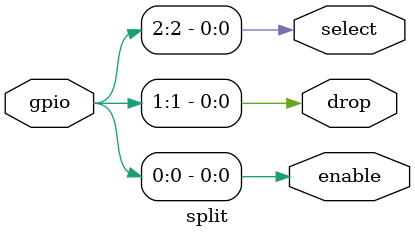
<source format=v>
`timescale 1ns / 1ps


module split(
    input [2:0] gpio,
    output enable,
    output drop,
    output select
    );
    
assign enable = gpio[0];
assign drop = gpio[1];
assign select = gpio[2]; 
    
endmodule

</source>
